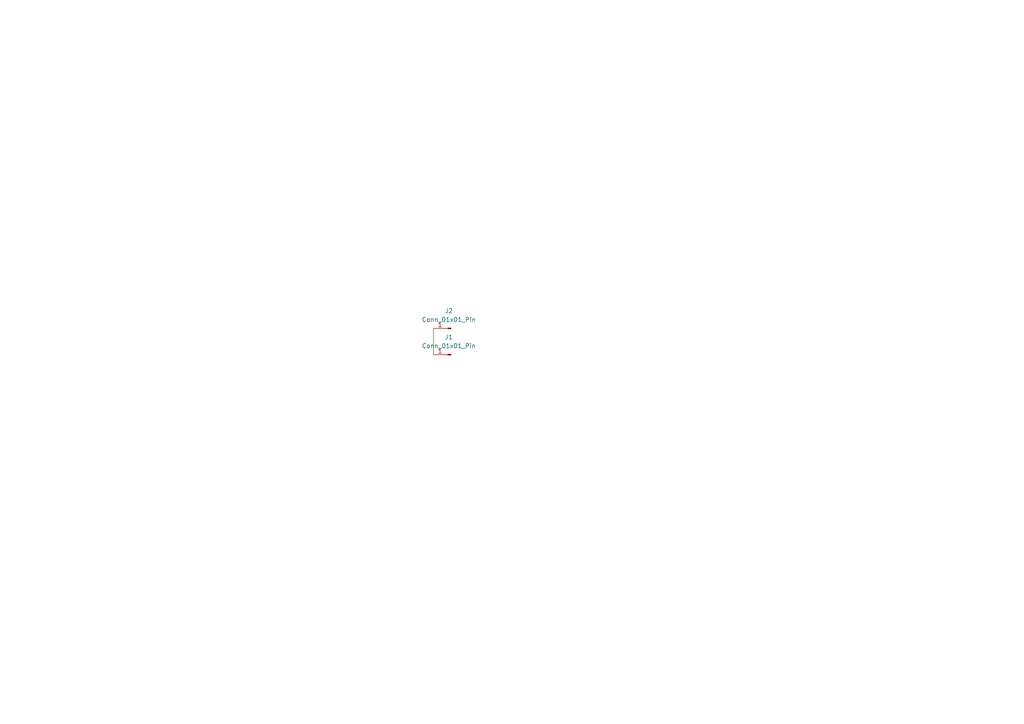
<source format=kicad_sch>
(kicad_sch (version 20230121) (generator eeschema)
  (paper "A4")
  (lib_symbols
    (symbol "Connector:Conn_01x01_Pin" (pin_names (offset 1.016) hide)
      (property "Reference" "J" (at 0 2.54 0))
      (property "Value" "Conn_01x01_Pin" (at 0 -2.54 0))
      (symbol "Conn_01x01_Pin_1_1"
        (polyline (pts (xy 1.27 0) (xy 0.8636 0)) (stroke (width 0.1524)))
        (rectangle (start 0.8636 0.127) (end 0 -0.127) (stroke (width 0.1524)) (fill (type outline)))
        (pin passive line (at 5.08 0 180) (length 3.81) (name "Pin_1") (number "1"))
      )
    )
  )
  (wire (pts (xy 125.73 95.25) (xy 125.73 102.87)))
  (symbol (lib_id "Connector:Conn_01x01_Pin") (at 130.81 95.25 180) (unit 1)
    (property "Reference" "J2" (at 130.175 90.17 0))
    (property "Value" "Conn_01x01_Pin" (at 130.175 92.71 0))
    (property "Footprint" "Connector_Wire:SolderWirePad_1x01_SMD_5x10mm" (effects hide))
  )
  (symbol (lib_id "Connector:Conn_01x01_Pin") (at 130.81 102.87 180) (unit 1)
    (property "Reference" "J1" (at 130.175 97.79 0))
    (property "Value" "Conn_01x01_Pin" (at 130.175 100.33 0))
    (property "Footprint" "Connector_Wire:SolderWirePad_1x01_SMD_5x10mm" (effects hide))
  )
)
</source>
